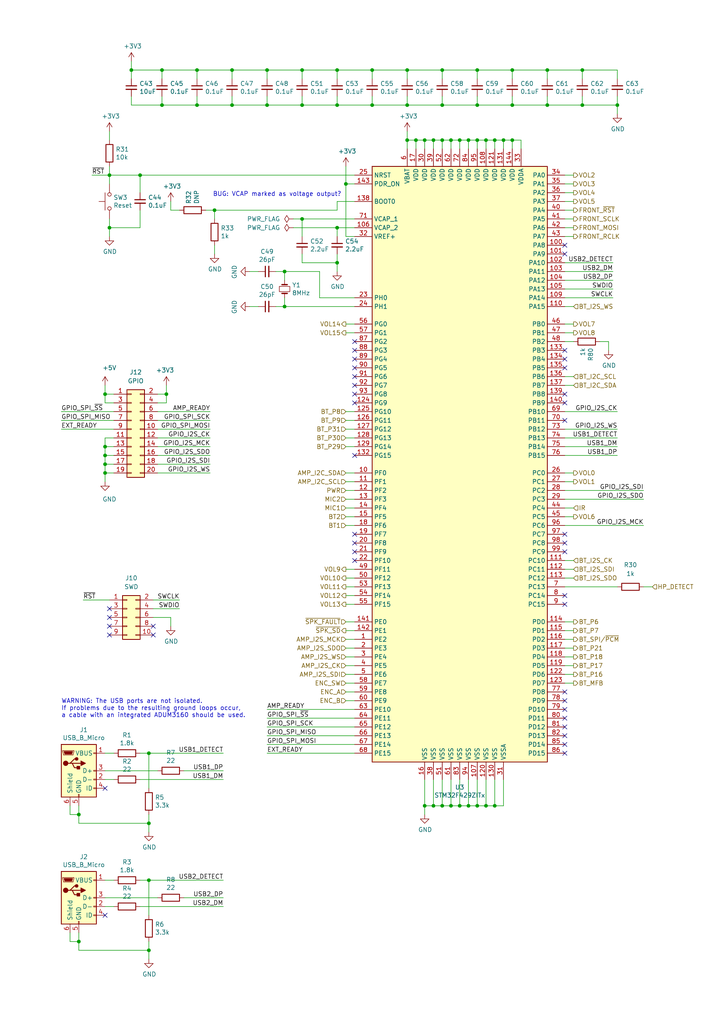
<source format=kicad_sch>
(kicad_sch (version 20210621) (generator eeschema)
  (paper "A4" portrait)
  (junction (at 22.86 236.22) (diameter 0.9144))
  (junction (at 22.86 273.05) (diameter 0.9144))
  (junction (at 30.48 114.3) (diameter 0.9144))
  (junction (at 30.48 129.54) (diameter 0.9144))
  (junction (at 30.48 132.08) (diameter 0.9144))
  (junction (at 30.48 134.62) (diameter 0.9144))
  (junction (at 30.48 137.16) (diameter 0.9144))
  (junction (at 31.75 50.8) (diameter 0.9144))
  (junction (at 31.75 66.04) (diameter 0.9144))
  (junction (at 38.1 20.32) (diameter 0.9144))
  (junction (at 40.64 50.8) (diameter 0.9144))
  (junction (at 43.18 218.44) (diameter 0.9144))
  (junction (at 43.18 238.76) (diameter 0.9144))
  (junction (at 43.18 255.27) (diameter 0.9144))
  (junction (at 43.18 275.59) (diameter 0.9144))
  (junction (at 46.99 20.32) (diameter 0.9144))
  (junction (at 46.99 30.48) (diameter 0.9144))
  (junction (at 48.26 114.3) (diameter 0.9144))
  (junction (at 57.15 20.32) (diameter 0.9144))
  (junction (at 57.15 30.48) (diameter 0.9144))
  (junction (at 62.23 60.96) (diameter 0.9144))
  (junction (at 67.31 20.32) (diameter 0.9144))
  (junction (at 67.31 30.48) (diameter 0.9144))
  (junction (at 77.47 20.32) (diameter 0.9144))
  (junction (at 77.47 30.48) (diameter 0.9144))
  (junction (at 82.55 78.74) (diameter 0.9144))
  (junction (at 82.55 88.9) (diameter 0.9144))
  (junction (at 87.63 20.32) (diameter 0.9144))
  (junction (at 87.63 30.48) (diameter 0.9144))
  (junction (at 87.63 63.5) (diameter 0.9144))
  (junction (at 97.79 20.32) (diameter 0.9144))
  (junction (at 97.79 30.48) (diameter 0.9144))
  (junction (at 97.79 66.04) (diameter 0.9144))
  (junction (at 97.79 76.2) (diameter 0.9144))
  (junction (at 100.33 53.34) (diameter 0.9144))
  (junction (at 107.95 20.32) (diameter 0.9144))
  (junction (at 107.95 30.48) (diameter 0.9144))
  (junction (at 118.11 20.32) (diameter 0.9144))
  (junction (at 118.11 30.48) (diameter 0.9144))
  (junction (at 118.11 40.64) (diameter 0.9144))
  (junction (at 120.65 40.64) (diameter 0.9144))
  (junction (at 123.19 40.64) (diameter 0.9144))
  (junction (at 123.19 233.68) (diameter 0.9144))
  (junction (at 125.73 40.64) (diameter 0.9144))
  (junction (at 125.73 233.68) (diameter 0.9144))
  (junction (at 128.27 20.32) (diameter 0.9144))
  (junction (at 128.27 30.48) (diameter 0.9144))
  (junction (at 128.27 40.64) (diameter 0.9144))
  (junction (at 128.27 233.68) (diameter 0.9144))
  (junction (at 130.81 40.64) (diameter 0.9144))
  (junction (at 130.81 233.68) (diameter 0.9144))
  (junction (at 133.35 40.64) (diameter 0.9144))
  (junction (at 133.35 233.68) (diameter 0.9144))
  (junction (at 135.89 40.64) (diameter 0.9144))
  (junction (at 135.89 233.68) (diameter 0.9144))
  (junction (at 138.43 20.32) (diameter 0.9144))
  (junction (at 138.43 30.48) (diameter 0.9144))
  (junction (at 138.43 40.64) (diameter 0.9144))
  (junction (at 138.43 233.68) (diameter 0.9144))
  (junction (at 140.97 40.64) (diameter 0.9144))
  (junction (at 140.97 233.68) (diameter 0.9144))
  (junction (at 143.51 40.64) (diameter 0.9144))
  (junction (at 143.51 233.68) (diameter 0.9144))
  (junction (at 146.05 40.64) (diameter 0.9144))
  (junction (at 148.59 20.32) (diameter 0.9144))
  (junction (at 148.59 30.48) (diameter 0.9144))
  (junction (at 148.59 40.64) (diameter 0.9144))
  (junction (at 158.75 20.32) (diameter 0.9144))
  (junction (at 158.75 30.48) (diameter 0.9144))
  (junction (at 168.91 20.32) (diameter 0.9144))
  (junction (at 168.91 30.48) (diameter 0.9144))
  (junction (at 179.07 30.48) (diameter 0.9144))
  (no_connect (at 30.48 228.6))
  (no_connect (at 30.48 265.43))
  (no_connect (at 31.75 176.53))
  (no_connect (at 31.75 179.07))
  (no_connect (at 31.75 181.61))
  (no_connect (at 31.75 184.15))
  (no_connect (at 44.45 181.61))
  (no_connect (at 44.45 184.15))
  (no_connect (at 102.87 99.06))
  (no_connect (at 102.87 101.6))
  (no_connect (at 102.87 104.14))
  (no_connect (at 102.87 106.68))
  (no_connect (at 102.87 109.22))
  (no_connect (at 102.87 111.76))
  (no_connect (at 102.87 114.3))
  (no_connect (at 102.87 116.84))
  (no_connect (at 102.87 132.08))
  (no_connect (at 102.87 154.94))
  (no_connect (at 102.87 157.48))
  (no_connect (at 102.87 160.02))
  (no_connect (at 102.87 162.56))
  (no_connect (at 163.83 71.12))
  (no_connect (at 163.83 73.66))
  (no_connect (at 163.83 101.6))
  (no_connect (at 163.83 104.14))
  (no_connect (at 163.83 106.68))
  (no_connect (at 163.83 114.3))
  (no_connect (at 163.83 116.84))
  (no_connect (at 163.83 121.92))
  (no_connect (at 163.83 154.94))
  (no_connect (at 163.83 157.48))
  (no_connect (at 163.83 160.02))
  (no_connect (at 163.83 172.72))
  (no_connect (at 163.83 175.26))
  (no_connect (at 163.83 200.66))
  (no_connect (at 163.83 203.2))
  (no_connect (at 163.83 205.74))
  (no_connect (at 163.83 208.28))
  (no_connect (at 163.83 210.82))
  (no_connect (at 163.83 213.36))
  (no_connect (at 163.83 215.9))
  (no_connect (at 163.83 218.44))
  (wire (pts (xy 17.78 124.46) (xy 33.02 124.46)))
  (wire (pts (xy 20.32 233.68) (xy 20.32 236.22)))
  (wire (pts (xy 20.32 270.51) (xy 20.32 273.05)))
  (wire (pts (xy 22.86 233.68) (xy 22.86 236.22)))
  (wire (pts (xy 22.86 236.22) (xy 20.32 236.22)))
  (wire (pts (xy 22.86 238.76) (xy 22.86 236.22)))
  (wire (pts (xy 22.86 238.76) (xy 43.18 238.76)))
  (wire (pts (xy 22.86 270.51) (xy 22.86 273.05)))
  (wire (pts (xy 22.86 273.05) (xy 20.32 273.05)))
  (wire (pts (xy 22.86 275.59) (xy 22.86 273.05)))
  (wire (pts (xy 22.86 275.59) (xy 43.18 275.59)))
  (wire (pts (xy 24.13 173.99) (xy 31.75 173.99)))
  (wire (pts (xy 26.67 50.8) (xy 31.75 50.8)))
  (wire (pts (xy 30.48 111.76) (xy 30.48 114.3)))
  (wire (pts (xy 30.48 114.3) (xy 33.02 114.3)))
  (wire (pts (xy 30.48 116.84) (xy 30.48 114.3)))
  (wire (pts (xy 30.48 127) (xy 33.02 127)))
  (wire (pts (xy 30.48 129.54) (xy 30.48 127)))
  (wire (pts (xy 30.48 129.54) (xy 33.02 129.54)))
  (wire (pts (xy 30.48 132.08) (xy 30.48 129.54)))
  (wire (pts (xy 30.48 132.08) (xy 33.02 132.08)))
  (wire (pts (xy 30.48 134.62) (xy 30.48 132.08)))
  (wire (pts (xy 30.48 134.62) (xy 33.02 134.62)))
  (wire (pts (xy 30.48 137.16) (xy 30.48 134.62)))
  (wire (pts (xy 30.48 137.16) (xy 33.02 137.16)))
  (wire (pts (xy 30.48 139.7) (xy 30.48 137.16)))
  (wire (pts (xy 30.48 226.06) (xy 33.02 226.06)))
  (wire (pts (xy 30.48 262.89) (xy 33.02 262.89)))
  (wire (pts (xy 31.75 38.1) (xy 31.75 40.64)))
  (wire (pts (xy 31.75 48.26) (xy 31.75 50.8)))
  (wire (pts (xy 31.75 50.8) (xy 31.75 53.34)))
  (wire (pts (xy 31.75 63.5) (xy 31.75 66.04)))
  (wire (pts (xy 31.75 66.04) (xy 40.64 66.04)))
  (wire (pts (xy 31.75 68.58) (xy 31.75 66.04)))
  (wire (pts (xy 33.02 116.84) (xy 30.48 116.84)))
  (wire (pts (xy 33.02 119.38) (xy 17.78 119.38)))
  (wire (pts (xy 33.02 121.92) (xy 17.78 121.92)))
  (wire (pts (xy 33.02 218.44) (xy 30.48 218.44)))
  (wire (pts (xy 33.02 255.27) (xy 30.48 255.27)))
  (wire (pts (xy 38.1 20.32) (xy 38.1 17.78)))
  (wire (pts (xy 38.1 20.32) (xy 38.1 22.86)))
  (wire (pts (xy 38.1 30.48) (xy 38.1 27.94)))
  (wire (pts (xy 40.64 50.8) (xy 31.75 50.8)))
  (wire (pts (xy 40.64 50.8) (xy 102.87 50.8)))
  (wire (pts (xy 40.64 55.88) (xy 40.64 50.8)))
  (wire (pts (xy 40.64 66.04) (xy 40.64 60.96)))
  (wire (pts (xy 40.64 226.06) (xy 64.77 226.06)))
  (wire (pts (xy 40.64 262.89) (xy 64.77 262.89)))
  (wire (pts (xy 43.18 218.44) (xy 40.64 218.44)))
  (wire (pts (xy 43.18 228.6) (xy 43.18 218.44)))
  (wire (pts (xy 43.18 236.22) (xy 43.18 238.76)))
  (wire (pts (xy 43.18 238.76) (xy 43.18 241.3)))
  (wire (pts (xy 43.18 255.27) (xy 40.64 255.27)))
  (wire (pts (xy 43.18 265.43) (xy 43.18 255.27)))
  (wire (pts (xy 43.18 273.05) (xy 43.18 275.59)))
  (wire (pts (xy 43.18 275.59) (xy 43.18 278.13)))
  (wire (pts (xy 44.45 173.99) (xy 52.07 173.99)))
  (wire (pts (xy 44.45 176.53) (xy 52.07 176.53)))
  (wire (pts (xy 45.72 116.84) (xy 48.26 116.84)))
  (wire (pts (xy 45.72 119.38) (xy 60.96 119.38)))
  (wire (pts (xy 45.72 121.92) (xy 60.96 121.92)))
  (wire (pts (xy 45.72 124.46) (xy 60.96 124.46)))
  (wire (pts (xy 45.72 127) (xy 60.96 127)))
  (wire (pts (xy 45.72 129.54) (xy 60.96 129.54)))
  (wire (pts (xy 45.72 132.08) (xy 60.96 132.08)))
  (wire (pts (xy 45.72 134.62) (xy 60.96 134.62)))
  (wire (pts (xy 45.72 137.16) (xy 60.96 137.16)))
  (wire (pts (xy 45.72 223.52) (xy 30.48 223.52)))
  (wire (pts (xy 45.72 260.35) (xy 30.48 260.35)))
  (wire (pts (xy 46.99 20.32) (xy 38.1 20.32)))
  (wire (pts (xy 46.99 20.32) (xy 46.99 22.86)))
  (wire (pts (xy 46.99 20.32) (xy 57.15 20.32)))
  (wire (pts (xy 46.99 30.48) (xy 38.1 30.48)))
  (wire (pts (xy 46.99 30.48) (xy 46.99 27.94)))
  (wire (pts (xy 48.26 111.76) (xy 48.26 114.3)))
  (wire (pts (xy 48.26 114.3) (xy 45.72 114.3)))
  (wire (pts (xy 48.26 114.3) (xy 48.26 116.84)))
  (wire (pts (xy 49.53 60.96) (xy 49.53 58.42)))
  (wire (pts (xy 49.53 179.07) (xy 44.45 179.07)))
  (wire (pts (xy 49.53 181.61) (xy 49.53 179.07)))
  (wire (pts (xy 52.07 60.96) (xy 49.53 60.96)))
  (wire (pts (xy 53.34 223.52) (xy 64.77 223.52)))
  (wire (pts (xy 53.34 260.35) (xy 64.77 260.35)))
  (wire (pts (xy 57.15 20.32) (xy 57.15 22.86)))
  (wire (pts (xy 57.15 20.32) (xy 67.31 20.32)))
  (wire (pts (xy 57.15 27.94) (xy 57.15 30.48)))
  (wire (pts (xy 57.15 30.48) (xy 46.99 30.48)))
  (wire (pts (xy 62.23 60.96) (xy 59.69 60.96)))
  (wire (pts (xy 62.23 60.96) (xy 62.23 63.5)))
  (wire (pts (xy 62.23 71.12) (xy 62.23 73.66)))
  (wire (pts (xy 64.77 218.44) (xy 43.18 218.44)))
  (wire (pts (xy 64.77 255.27) (xy 43.18 255.27)))
  (wire (pts (xy 67.31 20.32) (xy 67.31 22.86)))
  (wire (pts (xy 67.31 20.32) (xy 77.47 20.32)))
  (wire (pts (xy 67.31 27.94) (xy 67.31 30.48)))
  (wire (pts (xy 67.31 30.48) (xy 57.15 30.48)))
  (wire (pts (xy 72.39 78.74) (xy 74.93 78.74)))
  (wire (pts (xy 72.39 88.9) (xy 74.93 88.9)))
  (wire (pts (xy 77.47 20.32) (xy 77.47 22.86)))
  (wire (pts (xy 77.47 20.32) (xy 87.63 20.32)))
  (wire (pts (xy 77.47 27.94) (xy 77.47 30.48)))
  (wire (pts (xy 77.47 30.48) (xy 67.31 30.48)))
  (wire (pts (xy 77.47 218.44) (xy 102.87 218.44)))
  (wire (pts (xy 80.01 78.74) (xy 82.55 78.74)))
  (wire (pts (xy 80.01 88.9) (xy 82.55 88.9)))
  (wire (pts (xy 82.55 78.74) (xy 82.55 81.28)))
  (wire (pts (xy 82.55 86.36) (xy 82.55 88.9)))
  (wire (pts (xy 82.55 88.9) (xy 102.87 88.9)))
  (wire (pts (xy 85.09 63.5) (xy 87.63 63.5)))
  (wire (pts (xy 85.09 66.04) (xy 97.79 66.04)))
  (wire (pts (xy 87.63 20.32) (xy 87.63 22.86)))
  (wire (pts (xy 87.63 20.32) (xy 97.79 20.32)))
  (wire (pts (xy 87.63 27.94) (xy 87.63 30.48)))
  (wire (pts (xy 87.63 30.48) (xy 77.47 30.48)))
  (wire (pts (xy 87.63 63.5) (xy 87.63 68.58)))
  (wire (pts (xy 87.63 76.2) (xy 87.63 73.66)))
  (wire (pts (xy 92.71 78.74) (xy 82.55 78.74)))
  (wire (pts (xy 92.71 86.36) (xy 92.71 78.74)))
  (wire (pts (xy 97.79 20.32) (xy 97.79 22.86)))
  (wire (pts (xy 97.79 20.32) (xy 107.95 20.32)))
  (wire (pts (xy 97.79 27.94) (xy 97.79 30.48)))
  (wire (pts (xy 97.79 30.48) (xy 87.63 30.48)))
  (wire (pts (xy 97.79 58.42) (xy 97.79 60.96)))
  (wire (pts (xy 97.79 60.96) (xy 62.23 60.96)))
  (wire (pts (xy 97.79 66.04) (xy 97.79 68.58)))
  (wire (pts (xy 97.79 73.66) (xy 97.79 76.2)))
  (wire (pts (xy 97.79 76.2) (xy 87.63 76.2)))
  (wire (pts (xy 97.79 76.2) (xy 97.79 78.74)))
  (wire (pts (xy 100.33 48.26) (xy 100.33 53.34)))
  (wire (pts (xy 100.33 53.34) (xy 100.33 68.58)))
  (wire (pts (xy 100.33 53.34) (xy 102.87 53.34)))
  (wire (pts (xy 100.33 68.58) (xy 102.87 68.58)))
  (wire (pts (xy 100.33 93.98) (xy 102.87 93.98)))
  (wire (pts (xy 100.33 96.52) (xy 102.87 96.52)))
  (wire (pts (xy 100.33 119.38) (xy 102.87 119.38)))
  (wire (pts (xy 100.33 121.92) (xy 102.87 121.92)))
  (wire (pts (xy 100.33 139.7) (xy 102.87 139.7)))
  (wire (pts (xy 100.33 165.1) (xy 102.87 165.1)))
  (wire (pts (xy 100.33 167.64) (xy 102.87 167.64)))
  (wire (pts (xy 100.33 170.18) (xy 102.87 170.18)))
  (wire (pts (xy 100.33 172.72) (xy 102.87 172.72)))
  (wire (pts (xy 100.33 175.26) (xy 102.87 175.26)))
  (wire (pts (xy 100.33 180.34) (xy 102.87 180.34)))
  (wire (pts (xy 100.33 182.88) (xy 102.87 182.88)))
  (wire (pts (xy 100.33 185.42) (xy 102.87 185.42)))
  (wire (pts (xy 100.33 190.5) (xy 102.87 190.5)))
  (wire (pts (xy 100.33 195.58) (xy 102.87 195.58)))
  (wire (pts (xy 102.87 58.42) (xy 97.79 58.42)))
  (wire (pts (xy 102.87 63.5) (xy 87.63 63.5)))
  (wire (pts (xy 102.87 66.04) (xy 97.79 66.04)))
  (wire (pts (xy 102.87 86.36) (xy 92.71 86.36)))
  (wire (pts (xy 102.87 124.46) (xy 100.33 124.46)))
  (wire (pts (xy 102.87 127) (xy 100.33 127)))
  (wire (pts (xy 102.87 129.54) (xy 100.33 129.54)))
  (wire (pts (xy 102.87 137.16) (xy 100.33 137.16)))
  (wire (pts (xy 102.87 142.24) (xy 100.33 142.24)))
  (wire (pts (xy 102.87 144.78) (xy 100.33 144.78)))
  (wire (pts (xy 102.87 147.32) (xy 100.33 147.32)))
  (wire (pts (xy 102.87 149.86) (xy 100.33 149.86)))
  (wire (pts (xy 102.87 152.4) (xy 100.33 152.4)))
  (wire (pts (xy 102.87 187.96) (xy 100.33 187.96)))
  (wire (pts (xy 102.87 193.04) (xy 100.33 193.04)))
  (wire (pts (xy 102.87 198.12) (xy 100.33 198.12)))
  (wire (pts (xy 102.87 200.66) (xy 100.33 200.66)))
  (wire (pts (xy 102.87 203.2) (xy 100.33 203.2)))
  (wire (pts (xy 102.87 205.74) (xy 77.47 205.74)))
  (wire (pts (xy 102.87 208.28) (xy 77.47 208.28)))
  (wire (pts (xy 102.87 210.82) (xy 77.47 210.82)))
  (wire (pts (xy 102.87 213.36) (xy 77.47 213.36)))
  (wire (pts (xy 102.87 215.9) (xy 77.47 215.9)))
  (wire (pts (xy 107.95 20.32) (xy 107.95 22.86)))
  (wire (pts (xy 107.95 20.32) (xy 118.11 20.32)))
  (wire (pts (xy 107.95 27.94) (xy 107.95 30.48)))
  (wire (pts (xy 107.95 30.48) (xy 97.79 30.48)))
  (wire (pts (xy 118.11 20.32) (xy 118.11 22.86)))
  (wire (pts (xy 118.11 20.32) (xy 128.27 20.32)))
  (wire (pts (xy 118.11 27.94) (xy 118.11 30.48)))
  (wire (pts (xy 118.11 30.48) (xy 107.95 30.48)))
  (wire (pts (xy 118.11 38.1) (xy 118.11 40.64)))
  (wire (pts (xy 118.11 40.64) (xy 118.11 43.18)))
  (wire (pts (xy 120.65 40.64) (xy 118.11 40.64)))
  (wire (pts (xy 120.65 43.18) (xy 120.65 40.64)))
  (wire (pts (xy 123.19 40.64) (xy 120.65 40.64)))
  (wire (pts (xy 123.19 43.18) (xy 123.19 40.64)))
  (wire (pts (xy 123.19 226.06) (xy 123.19 233.68)))
  (wire (pts (xy 123.19 233.68) (xy 123.19 236.22)))
  (wire (pts (xy 123.19 233.68) (xy 125.73 233.68)))
  (wire (pts (xy 125.73 40.64) (xy 123.19 40.64)))
  (wire (pts (xy 125.73 43.18) (xy 125.73 40.64)))
  (wire (pts (xy 125.73 226.06) (xy 125.73 233.68)))
  (wire (pts (xy 125.73 233.68) (xy 128.27 233.68)))
  (wire (pts (xy 128.27 20.32) (xy 128.27 22.86)))
  (wire (pts (xy 128.27 20.32) (xy 138.43 20.32)))
  (wire (pts (xy 128.27 27.94) (xy 128.27 30.48)))
  (wire (pts (xy 128.27 30.48) (xy 118.11 30.48)))
  (wire (pts (xy 128.27 40.64) (xy 125.73 40.64)))
  (wire (pts (xy 128.27 43.18) (xy 128.27 40.64)))
  (wire (pts (xy 128.27 226.06) (xy 128.27 233.68)))
  (wire (pts (xy 128.27 233.68) (xy 130.81 233.68)))
  (wire (pts (xy 130.81 40.64) (xy 128.27 40.64)))
  (wire (pts (xy 130.81 43.18) (xy 130.81 40.64)))
  (wire (pts (xy 130.81 226.06) (xy 130.81 233.68)))
  (wire (pts (xy 130.81 233.68) (xy 133.35 233.68)))
  (wire (pts (xy 133.35 40.64) (xy 130.81 40.64)))
  (wire (pts (xy 133.35 43.18) (xy 133.35 40.64)))
  (wire (pts (xy 133.35 226.06) (xy 133.35 233.68)))
  (wire (pts (xy 133.35 233.68) (xy 135.89 233.68)))
  (wire (pts (xy 135.89 40.64) (xy 133.35 40.64)))
  (wire (pts (xy 135.89 43.18) (xy 135.89 40.64)))
  (wire (pts (xy 135.89 226.06) (xy 135.89 233.68)))
  (wire (pts (xy 135.89 233.68) (xy 138.43 233.68)))
  (wire (pts (xy 138.43 20.32) (xy 138.43 22.86)))
  (wire (pts (xy 138.43 20.32) (xy 148.59 20.32)))
  (wire (pts (xy 138.43 27.94) (xy 138.43 30.48)))
  (wire (pts (xy 138.43 30.48) (xy 128.27 30.48)))
  (wire (pts (xy 138.43 40.64) (xy 135.89 40.64)))
  (wire (pts (xy 138.43 43.18) (xy 138.43 40.64)))
  (wire (pts (xy 138.43 226.06) (xy 138.43 233.68)))
  (wire (pts (xy 138.43 233.68) (xy 140.97 233.68)))
  (wire (pts (xy 140.97 40.64) (xy 138.43 40.64)))
  (wire (pts (xy 140.97 43.18) (xy 140.97 40.64)))
  (wire (pts (xy 140.97 233.68) (xy 140.97 226.06)))
  (wire (pts (xy 140.97 233.68) (xy 143.51 233.68)))
  (wire (pts (xy 143.51 40.64) (xy 140.97 40.64)))
  (wire (pts (xy 143.51 43.18) (xy 143.51 40.64)))
  (wire (pts (xy 143.51 226.06) (xy 143.51 233.68)))
  (wire (pts (xy 143.51 233.68) (xy 146.05 233.68)))
  (wire (pts (xy 146.05 40.64) (xy 143.51 40.64)))
  (wire (pts (xy 146.05 43.18) (xy 146.05 40.64)))
  (wire (pts (xy 146.05 233.68) (xy 146.05 226.06)))
  (wire (pts (xy 148.59 20.32) (xy 148.59 22.86)))
  (wire (pts (xy 148.59 20.32) (xy 158.75 20.32)))
  (wire (pts (xy 148.59 27.94) (xy 148.59 30.48)))
  (wire (pts (xy 148.59 30.48) (xy 138.43 30.48)))
  (wire (pts (xy 148.59 40.64) (xy 146.05 40.64)))
  (wire (pts (xy 148.59 43.18) (xy 148.59 40.64)))
  (wire (pts (xy 151.13 40.64) (xy 148.59 40.64)))
  (wire (pts (xy 151.13 43.18) (xy 151.13 40.64)))
  (wire (pts (xy 158.75 20.32) (xy 158.75 22.86)))
  (wire (pts (xy 158.75 20.32) (xy 168.91 20.32)))
  (wire (pts (xy 158.75 27.94) (xy 158.75 30.48)))
  (wire (pts (xy 158.75 30.48) (xy 148.59 30.48)))
  (wire (pts (xy 163.83 58.42) (xy 166.37 58.42)))
  (wire (pts (xy 163.83 83.82) (xy 177.8 83.82)))
  (wire (pts (xy 163.83 86.36) (xy 177.8 86.36)))
  (wire (pts (xy 163.83 93.98) (xy 166.37 93.98)))
  (wire (pts (xy 163.83 99.06) (xy 166.37 99.06)))
  (wire (pts (xy 163.83 111.76) (xy 166.37 111.76)))
  (wire (pts (xy 163.83 119.38) (xy 179.07 119.38)))
  (wire (pts (xy 163.83 124.46) (xy 179.07 124.46)))
  (wire (pts (xy 163.83 142.24) (xy 186.69 142.24)))
  (wire (pts (xy 163.83 144.78) (xy 186.69 144.78)))
  (wire (pts (xy 163.83 149.86) (xy 166.37 149.86)))
  (wire (pts (xy 163.83 152.4) (xy 186.69 152.4)))
  (wire (pts (xy 163.83 165.1) (xy 166.37 165.1)))
  (wire (pts (xy 163.83 187.96) (xy 166.37 187.96)))
  (wire (pts (xy 163.83 190.5) (xy 166.37 190.5)))
  (wire (pts (xy 163.83 193.04) (xy 166.37 193.04)))
  (wire (pts (xy 163.83 195.58) (xy 166.37 195.58)))
  (wire (pts (xy 163.83 198.12) (xy 166.37 198.12)))
  (wire (pts (xy 166.37 50.8) (xy 163.83 50.8)))
  (wire (pts (xy 166.37 53.34) (xy 163.83 53.34)))
  (wire (pts (xy 166.37 55.88) (xy 163.83 55.88)))
  (wire (pts (xy 166.37 60.96) (xy 163.83 60.96)))
  (wire (pts (xy 166.37 63.5) (xy 163.83 63.5)))
  (wire (pts (xy 166.37 66.04) (xy 163.83 66.04)))
  (wire (pts (xy 166.37 68.58) (xy 163.83 68.58)))
  (wire (pts (xy 166.37 88.9) (xy 163.83 88.9)))
  (wire (pts (xy 166.37 96.52) (xy 163.83 96.52)))
  (wire (pts (xy 166.37 109.22) (xy 163.83 109.22)))
  (wire (pts (xy 166.37 137.16) (xy 163.83 137.16)))
  (wire (pts (xy 166.37 139.7) (xy 163.83 139.7)))
  (wire (pts (xy 166.37 147.32) (xy 163.83 147.32)))
  (wire (pts (xy 166.37 162.56) (xy 163.83 162.56)))
  (wire (pts (xy 166.37 167.64) (xy 163.83 167.64)))
  (wire (pts (xy 166.37 180.34) (xy 163.83 180.34)))
  (wire (pts (xy 166.37 182.88) (xy 163.83 182.88)))
  (wire (pts (xy 166.37 185.42) (xy 163.83 185.42)))
  (wire (pts (xy 168.91 20.32) (xy 168.91 22.86)))
  (wire (pts (xy 168.91 20.32) (xy 179.07 20.32)))
  (wire (pts (xy 168.91 27.94) (xy 168.91 30.48)))
  (wire (pts (xy 168.91 30.48) (xy 158.75 30.48)))
  (wire (pts (xy 176.53 99.06) (xy 173.99 99.06)))
  (wire (pts (xy 176.53 101.6) (xy 176.53 99.06)))
  (wire (pts (xy 177.8 76.2) (xy 163.83 76.2)))
  (wire (pts (xy 177.8 78.74) (xy 163.83 78.74)))
  (wire (pts (xy 177.8 81.28) (xy 163.83 81.28)))
  (wire (pts (xy 179.07 20.32) (xy 179.07 22.86)))
  (wire (pts (xy 179.07 27.94) (xy 179.07 30.48)))
  (wire (pts (xy 179.07 30.48) (xy 168.91 30.48)))
  (wire (pts (xy 179.07 30.48) (xy 179.07 33.02)))
  (wire (pts (xy 179.07 127) (xy 163.83 127)))
  (wire (pts (xy 179.07 129.54) (xy 163.83 129.54)))
  (wire (pts (xy 179.07 132.08) (xy 163.83 132.08)))
  (wire (pts (xy 179.07 170.18) (xy 163.83 170.18)))
  (wire (pts (xy 189.23 170.18) (xy 186.69 170.18)))
  (text "WARNING: The USB ports are not isolated.\nIf problems due to the resulting ground loops occur,\na cable with an integrated ADUM3160 should be used." (at 17.78 208.28 0) (effects (font (size 1.27 1.27)) (justify left bottom)))
  (text "BUG: VCAP marked as voltage output?" (at 99.06 57.15 180) (effects (font (size 1.27 1.27)) (justify right bottom)))
  (label "GPIO_SPI_~{SS}" (at 17.78 119.38 0))
  (label "GPIO_SPI_MISO" (at 17.78 121.92 0))
  (label "EXT_READY" (at 17.78 124.46 0))
  (label "~{RST}" (at 24.13 173.99 0))
  (label "~{RST}" (at 26.67 50.8 0))
  (label "SWCLK" (at 52.07 173.99 180))
  (label "SWDIO" (at 52.07 176.53 180))
  (label "AMP_READY" (at 60.96 119.38 180))
  (label "GPIO_SPI_SCK" (at 60.96 121.92 180))
  (label "GPIO_SPI_MOSI" (at 60.96 124.46 180))
  (label "GPIO_I2S_CK" (at 60.96 127 180))
  (label "GPIO_I2S_MCK" (at 60.96 129.54 180))
  (label "GPIO_I2S_SDO" (at 60.96 132.08 180))
  (label "GPIO_I2S_SDI" (at 60.96 134.62 180))
  (label "GPIO_I2S_WS" (at 60.96 137.16 180))
  (label "USB1_DETECT" (at 64.77 218.44 180))
  (label "USB1_DP" (at 64.77 223.52 180))
  (label "USB1_DM" (at 64.77 226.06 180))
  (label "USB2_DETECT" (at 64.77 255.27 180))
  (label "USB2_DP" (at 64.77 260.35 180))
  (label "USB2_DM" (at 64.77 262.89 180))
  (label "AMP_READY" (at 77.47 205.74 0))
  (label "GPIO_SPI_~{SS}" (at 77.47 208.28 0))
  (label "GPIO_SPI_SCK" (at 77.47 210.82 0))
  (label "GPIO_SPI_MISO" (at 77.47 213.36 0))
  (label "GPIO_SPI_MOSI" (at 77.47 215.9 0))
  (label "EXT_READY" (at 77.47 218.44 0))
  (label "USB2_DETECT" (at 177.8 76.2 180))
  (label "USB2_DM" (at 177.8 78.74 180))
  (label "USB2_DP" (at 177.8 81.28 180))
  (label "SWDIO" (at 177.8 83.82 180))
  (label "SWCLK" (at 177.8 86.36 180))
  (label "GPIO_I2S_CK" (at 179.07 119.38 180))
  (label "GPIO_I2S_WS" (at 179.07 124.46 180))
  (label "USB1_DETECT" (at 179.07 127 180))
  (label "USB1_DM" (at 179.07 129.54 180))
  (label "USB1_DP" (at 179.07 132.08 180))
  (label "GPIO_I2S_SDI" (at 186.69 142.24 180))
  (label "GPIO_I2S_SDO" (at 186.69 144.78 180))
  (label "GPIO_I2S_MCK" (at 186.69 152.4 180))
  (hierarchical_label "VOL14" (shape output) (at 100.33 93.98 180))
  (hierarchical_label "VOL15" (shape output) (at 100.33 96.52 180))
  (hierarchical_label "BT_P8" (shape input) (at 100.33 119.38 180))
  (hierarchical_label "BT_P9" (shape input) (at 100.33 121.92 180))
  (hierarchical_label "BT_P31" (shape input) (at 100.33 124.46 180))
  (hierarchical_label "BT_P30" (shape input) (at 100.33 127 180))
  (hierarchical_label "BT_P29" (shape input) (at 100.33 129.54 180))
  (hierarchical_label "AMP_I2C_SDA" (shape input) (at 100.33 137.16 180))
  (hierarchical_label "AMP_I2C_SCL" (shape input) (at 100.33 139.7 180))
  (hierarchical_label "PWR" (shape input) (at 100.33 142.24 180))
  (hierarchical_label "MIC2" (shape input) (at 100.33 144.78 180))
  (hierarchical_label "MIC1" (shape input) (at 100.33 147.32 180))
  (hierarchical_label "BT2" (shape input) (at 100.33 149.86 180))
  (hierarchical_label "BT1" (shape input) (at 100.33 152.4 180))
  (hierarchical_label "VOL9" (shape output) (at 100.33 165.1 180))
  (hierarchical_label "VOL10" (shape output) (at 100.33 167.64 180))
  (hierarchical_label "VOL11" (shape output) (at 100.33 170.18 180))
  (hierarchical_label "VOL12" (shape output) (at 100.33 172.72 180))
  (hierarchical_label "VOL13" (shape output) (at 100.33 175.26 180))
  (hierarchical_label "~{SPK_FAULT}" (shape input) (at 100.33 180.34 180))
  (hierarchical_label "~{SPK_SD}" (shape output) (at 100.33 182.88 180))
  (hierarchical_label "AMP_I2S_MCK" (shape input) (at 100.33 185.42 180))
  (hierarchical_label "AMP_I2S_SDO" (shape input) (at 100.33 187.96 180))
  (hierarchical_label "AMP_I2S_WS" (shape input) (at 100.33 190.5 180))
  (hierarchical_label "AMP_I2S_CK" (shape input) (at 100.33 193.04 180))
  (hierarchical_label "AMP_I2S_SDI" (shape input) (at 100.33 195.58 180))
  (hierarchical_label "ENC_SW" (shape input) (at 100.33 198.12 180))
  (hierarchical_label "ENC_A" (shape input) (at 100.33 200.66 180))
  (hierarchical_label "ENC_B" (shape input) (at 100.33 203.2 180))
  (hierarchical_label "VOL2" (shape output) (at 166.37 50.8 0))
  (hierarchical_label "VOL3" (shape output) (at 166.37 53.34 0))
  (hierarchical_label "VOL4" (shape output) (at 166.37 55.88 0))
  (hierarchical_label "VOL5" (shape output) (at 166.37 58.42 0))
  (hierarchical_label "FRONT_~{RST}" (shape output) (at 166.37 60.96 0))
  (hierarchical_label "FRONT_SCLK" (shape output) (at 166.37 63.5 0))
  (hierarchical_label "FRONT_MOSI" (shape output) (at 166.37 66.04 0))
  (hierarchical_label "FRONT_RCLK" (shape output) (at 166.37 68.58 0))
  (hierarchical_label "BT_I2S_WS" (shape input) (at 166.37 88.9 0))
  (hierarchical_label "VOL7" (shape output) (at 166.37 93.98 0))
  (hierarchical_label "VOL8" (shape output) (at 166.37 96.52 0))
  (hierarchical_label "BT_I2C_SCL" (shape input) (at 166.37 109.22 0))
  (hierarchical_label "BT_I2C_SDA" (shape input) (at 166.37 111.76 0))
  (hierarchical_label "VOL0" (shape output) (at 166.37 137.16 0))
  (hierarchical_label "VOL1" (shape output) (at 166.37 139.7 0))
  (hierarchical_label "IR" (shape input) (at 166.37 147.32 0))
  (hierarchical_label "VOL6" (shape output) (at 166.37 149.86 0))
  (hierarchical_label "BT_I2S_CK" (shape input) (at 166.37 162.56 0))
  (hierarchical_label "BT_I2S_SDI" (shape input) (at 166.37 165.1 0))
  (hierarchical_label "BT_I2S_SDO" (shape input) (at 166.37 167.64 0))
  (hierarchical_label "BT_P6" (shape output) (at 166.37 180.34 0))
  (hierarchical_label "BT_P7" (shape output) (at 166.37 182.88 0))
  (hierarchical_label "BT_SPI{slash}~{PCM}" (shape output) (at 166.37 185.42 0))
  (hierarchical_label "BT_P21" (shape output) (at 166.37 187.96 0))
  (hierarchical_label "BT_P18" (shape output) (at 166.37 190.5 0))
  (hierarchical_label "BT_P17" (shape output) (at 166.37 193.04 0))
  (hierarchical_label "BT_P16" (shape output) (at 166.37 195.58 0))
  (hierarchical_label "BT_MFB" (shape output) (at 166.37 198.12 0))
  (hierarchical_label "HP_DETECT" (shape input) (at 189.23 170.18 0))
  (symbol (lib_id "power:+5V") (at 30.48 111.76 0) (unit 1)
    (property "Reference" "#PWR0231" (effects hide))
    (property "Value" "+5V" (at 31.75 106.68 0))
  )
  (symbol (lib_id "power:+3.3V") (at 31.75 38.1 0) (unit 1)
    (property "Reference" "#PWR0170" (effects hide))
    (property "Value" "+3.3V" (at 32.131 33.7058 0))
  )
  (symbol (lib_id "power:+3.3V") (at 38.1 17.78 0) (unit 1)
    (property "Reference" "#PWR0169" (effects hide))
    (property "Value" "+3.3V" (at 38.481 13.3858 0))
  )
  (symbol (lib_id "power:+3.3V") (at 48.26 111.76 0) (mirror y) (unit 1)
    (property "Reference" "#PWR0232" (effects hide))
    (property "Value" "+3.3V" (at 47.879 107.3658 0))
  )
  (symbol (lib_id "power:+3.3V") (at 49.53 58.42 0) (unit 1)
    (property "Reference" "#PWR0171" (effects hide))
    (property "Value" "+3.3V" (at 49.911 54.0258 0))
  )
  (symbol (lib_id "power:+3.3V") (at 100.33 48.26 0) (unit 1)
    (property "Reference" "#PWR0166" (effects hide))
    (property "Value" "+3.3V" (at 100.711 43.8658 0))
  )
  (symbol (lib_id "power:+3.3V") (at 118.11 38.1 0) (unit 1)
    (property "Reference" "#PWR0102" (effects hide))
    (property "Value" "+3.3V" (at 118.491 33.7058 0))
  )
  (symbol (lib_id "power:PWR_FLAG") (at 85.09 63.5 90) (unit 1)
    (property "Reference" "#FLG0102" (effects hide))
    (property "Value" "PWR_FLAG" (at 81.28 63.5 90) (effects (justify left)))
  )
  (symbol (lib_id "power:PWR_FLAG") (at 85.09 66.04 90) (unit 1)
    (property "Reference" "#FLG0105" (effects hide))
    (property "Value" "PWR_FLAG" (at 81.28 66.04 90) (effects (justify left)))
  )
  (symbol (lib_id "power:GND") (at 30.48 139.7 0) (unit 1)
    (property "Reference" "#PWR0230" (effects hide))
    (property "Value" "GND" (at 31.75 144.78 0))
  )
  (symbol (lib_id "power:GND") (at 31.75 68.58 0) (unit 1)
    (property "Reference" "#PWR0172" (effects hide))
    (property "Value" "GND" (at 31.877 72.9742 0))
  )
  (symbol (lib_id "power:GND") (at 43.18 241.3 0) (unit 1)
    (property "Reference" "#PWR0104" (effects hide))
    (property "Value" "GND" (at 43.307 245.6942 0))
  )
  (symbol (lib_id "power:GND") (at 43.18 278.13 0) (unit 1)
    (property "Reference" "#PWR0106" (effects hide))
    (property "Value" "GND" (at 43.307 282.5242 0))
  )
  (symbol (lib_id "power:GND") (at 49.53 181.61 0) (unit 1)
    (property "Reference" "#PWR0173" (effects hide))
    (property "Value" "GND" (at 49.657 186.0042 0))
  )
  (symbol (lib_id "power:GND") (at 62.23 73.66 0) (unit 1)
    (property "Reference" "#PWR0167" (effects hide))
    (property "Value" "GND" (at 62.357 78.0542 0))
  )
  (symbol (lib_id "power:GND") (at 72.39 78.74 270) (unit 1)
    (property "Reference" "#PWR0164" (effects hide))
    (property "Value" "GND" (at 67.9958 78.867 0))
  )
  (symbol (lib_id "power:GND") (at 72.39 88.9 270) (unit 1)
    (property "Reference" "#PWR0165" (effects hide))
    (property "Value" "GND" (at 67.9958 89.027 0))
  )
  (symbol (lib_id "power:GND") (at 97.79 78.74 0) (unit 1)
    (property "Reference" "#PWR0163" (effects hide))
    (property "Value" "GND" (at 97.917 83.1342 0))
  )
  (symbol (lib_id "power:GND") (at 123.19 236.22 0) (unit 1)
    (property "Reference" "#PWR0101" (effects hide))
    (property "Value" "GND" (at 123.317 240.6142 0))
  )
  (symbol (lib_id "power:GND") (at 176.53 101.6 0) (unit 1)
    (property "Reference" "#PWR0233" (effects hide))
    (property "Value" "GND" (at 176.657 105.9942 0))
  )
  (symbol (lib_id "power:GND") (at 179.07 33.02 0) (unit 1)
    (property "Reference" "#PWR0168" (effects hide))
    (property "Value" "GND" (at 179.197 37.4142 0))
  )
  (symbol (lib_id "Device:Crystal_Small") (at 82.55 83.82 90) (unit 1)
    (property "Reference" "Y1" (at 84.7091 82.6706 90) (effects (justify right)))
    (property "Value" "8MHz" (at 84.709 84.969 90) (effects (justify right)))
    (property "Footprint" "Crystal:Crystal_SMD_HC49-SD" (effects hide))
    (property "Mouser" "774-ATS080BSM-1" (effects hide))
    (property "Part Name" "CTS ATS080BSM-1" (effects hide))
  )
  (symbol (lib_id "Device:R") (at 31.75 44.45 0) (unit 1)
    (property "Reference" "R31" (at 33.5281 43.3006 0) (effects (justify left)))
    (property "Value" "10k" (at 33.528 45.599 0) (effects (justify left)))
    (property "Footprint" "Resistor_SMD:R_0603_1608Metric" (effects hide))
    (property "Mouser" "652-CR0603FX-1002ELF" (effects hide))
    (property "Part Name" "Bourns CR0603-FX-1002ELF" (effects hide))
  )
  (symbol (lib_id "Device:R") (at 36.83 218.44 270) (unit 1)
    (property "Reference" "R1" (at 36.83 213.1822 90))
    (property "Value" "1.8k" (at 36.83 215.4936 90))
    (property "Footprint" "Resistor_SMD:R_0603_1608Metric" (effects hide))
  )
  (symbol (lib_id "Device:R") (at 36.83 226.06 270) (unit 1)
    (property "Reference" "R2" (at 36.83 220.8022 90))
    (property "Value" "22" (at 36.83 223.1136 90))
    (property "Footprint" "Resistor_SMD:R_0603_1608Metric" (effects hide))
  )
  (symbol (lib_id "Device:R") (at 36.83 255.27 270) (unit 1)
    (property "Reference" "R3" (at 36.83 250.0122 90))
    (property "Value" "1.8k" (at 36.83 252.3236 90))
    (property "Footprint" "Resistor_SMD:R_0603_1608Metric" (effects hide))
  )
  (symbol (lib_id "Device:R") (at 36.83 262.89 270) (unit 1)
    (property "Reference" "R4" (at 36.83 257.6322 90))
    (property "Value" "22" (at 36.83 259.9436 90))
    (property "Footprint" "Resistor_SMD:R_0603_1608Metric" (effects hide))
  )
  (symbol (lib_id "Device:R") (at 43.18 232.41 0) (unit 1)
    (property "Reference" "R5" (at 44.958 231.2416 0) (effects (justify left)))
    (property "Value" "3.3k" (at 44.958 233.553 0) (effects (justify left)))
    (property "Footprint" "Resistor_SMD:R_0603_1608Metric" (effects hide))
  )
  (symbol (lib_id "Device:R") (at 43.18 269.24 0) (unit 1)
    (property "Reference" "R6" (at 44.958 268.0716 0) (effects (justify left)))
    (property "Value" "3.3k" (at 44.958 270.383 0) (effects (justify left)))
    (property "Footprint" "Resistor_SMD:R_0603_1608Metric" (effects hide))
  )
  (symbol (lib_id "Device:R") (at 49.53 223.52 270) (unit 1)
    (property "Reference" "R7" (at 49.53 218.2622 90))
    (property "Value" "22" (at 49.53 220.5736 90))
    (property "Footprint" "Resistor_SMD:R_0603_1608Metric" (effects hide))
  )
  (symbol (lib_id "Device:R") (at 49.53 260.35 270) (unit 1)
    (property "Reference" "R8" (at 49.53 255.0922 90))
    (property "Value" "22" (at 49.53 257.4036 90))
    (property "Footprint" "Resistor_SMD:R_0603_1608Metric" (effects hide))
  )
  (symbol (lib_id "Device:R") (at 55.88 60.96 90) (unit 1)
    (property "Reference" "R32" (at 54.7306 59.1819 0) (effects (justify left)))
    (property "Value" "DNP" (at 57.029 59.182 0) (effects (justify left)))
    (property "Footprint" "Resistor_SMD:R_0603_1608Metric" (effects hide))
  )
  (symbol (lib_id "Device:R") (at 62.23 67.31 0) (unit 1)
    (property "Reference" "R33" (at 64.0081 66.1606 0) (effects (justify left)))
    (property "Value" "1k" (at 64.008 68.459 0) (effects (justify left)))
    (property "Footprint" "Resistor_SMD:R_0603_1608Metric" (effects hide))
    (property "Mouser" "652-CR0603FX-1001ELF" (effects hide))
    (property "Part Name" "Bourns CR0603-FX-1001ELF" (effects hide))
  )
  (symbol (lib_id "Device:R") (at 170.18 99.06 270) (unit 1)
    (property "Reference" "R80" (at 171.3294 100.8381 0) (effects (justify left)))
    (property "Value" "1k" (at 169.031 100.838 0) (effects (justify left)))
    (property "Footprint" "Resistor_SMD:R_0603_1608Metric" (effects hide))
    (property "Mouser" "652-CR0603FX-1001ELF" (effects hide))
    (property "Part Name" "Bourns CR0603-FX-1001ELF" (effects hide))
  )
  (symbol (lib_id "Device:R") (at 182.88 170.18 270) (mirror x) (unit 1)
    (property "Reference" "R30" (at 182.88 163.83 90))
    (property "Value" "1k" (at 182.88 166.37 90))
    (property "Footprint" "Resistor_SMD:R_0603_1608Metric" (effects hide))
    (property "Mouser" "652-CR0603FX-1001ELF" (effects hide))
    (property "Part Name" "Bourns CR0603-FX-1001ELF" (effects hide))
  )
  (symbol (lib_id "Device:C_Small") (at 38.1 25.4 0) (unit 1)
    (property "Reference" "C43" (at 40.4242 24.2506 0) (effects (justify left)))
    (property "Value" "10uF" (at 40.424 26.549 0) (effects (justify left)))
    (property "Footprint" "Capacitor_SMD:C_0805_2012Metric" (effects hide))
    (property "Mouser" "963-LMK212F106ZG-T" (effects hide))
    (property "Part Name" "Taiyo Yuden LMK212F106ZG-T" (effects hide))
  )
  (symbol (lib_id "Device:C_Small") (at 40.64 58.42 0) (unit 1)
    (property "Reference" "C44" (at 42.9642 57.2706 0) (effects (justify left)))
    (property "Value" "0.1uF" (at 42.964 59.5696 0) (effects (justify left)))
    (property "Footprint" "Capacitor_SMD:C_0603_1608Metric" (effects hide))
    (property "Mouser" "581-06033C104KAT4A" (effects hide))
    (property "Part Name" "AVX 06033C104KAT4A" (effects hide))
  )
  (symbol (lib_id "Device:C_Small") (at 46.99 25.4 0) (unit 1)
    (property "Reference" "C45" (at 49.3142 24.2506 0) (effects (justify left)))
    (property "Value" "0.1uF" (at 49.314 26.5496 0) (effects (justify left)))
    (property "Footprint" "Capacitor_SMD:C_0603_1608Metric" (effects hide))
    (property "Mouser" "581-06033C104KAT4A" (effects hide))
    (property "Part Name" "AVX 06033C104KAT4A" (effects hide))
  )
  (symbol (lib_id "Device:C_Small") (at 57.15 25.4 0) (unit 1)
    (property "Reference" "C46" (at 59.4742 24.2506 0) (effects (justify left)))
    (property "Value" "0.1uF" (at 59.474 26.5496 0) (effects (justify left)))
    (property "Footprint" "Capacitor_SMD:C_0603_1608Metric" (effects hide))
    (property "Mouser" "581-06033C104KAT4A" (effects hide))
    (property "Part Name" "AVX 06033C104KAT4A" (effects hide))
  )
  (symbol (lib_id "Device:C_Small") (at 67.31 25.4 0) (unit 1)
    (property "Reference" "C47" (at 69.6342 24.2506 0) (effects (justify left)))
    (property "Value" "0.1uF" (at 69.634 26.5496 0) (effects (justify left)))
    (property "Footprint" "Capacitor_SMD:C_0603_1608Metric" (effects hide))
    (property "Mouser" "581-06033C104KAT4A" (effects hide))
    (property "Part Name" "AVX 06033C104KAT4A" (effects hide))
  )
  (symbol (lib_id "Device:C_Small") (at 77.47 25.4 0) (unit 1)
    (property "Reference" "C48" (at 79.7942 24.2506 0) (effects (justify left)))
    (property "Value" "0.1uF" (at 79.794 26.5496 0) (effects (justify left)))
    (property "Footprint" "Capacitor_SMD:C_0603_1608Metric" (effects hide))
    (property "Mouser" "581-06033C104KAT4A" (effects hide))
    (property "Part Name" "AVX 06033C104KAT4A" (effects hide))
  )
  (symbol (lib_id "Device:C_Small") (at 77.47 78.74 90) (unit 1)
    (property "Reference" "C49" (at 77.47 72.9677 90))
    (property "Value" "26pF" (at 77.47 75.266 90))
    (property "Footprint" "Capacitor_SMD:C_0603_1608Metric" (effects hide))
    (property "Mouser" "581-06035A270J" (effects hide))
    (property "Part Name" "AVX 06035A270JAT2A" (effects hide))
  )
  (symbol (lib_id "Device:C_Small") (at 77.47 88.9 90) (unit 1)
    (property "Reference" "C50" (at 77.47 83.1277 90))
    (property "Value" "26pF" (at 77.47 85.426 90))
    (property "Footprint" "Capacitor_SMD:C_0603_1608Metric" (effects hide))
    (property "Mouser" "581-06035A270J" (effects hide))
    (property "Part Name" "AVX 06035A270JAT2A" (effects hide))
  )
  (symbol (lib_id "Device:C_Small") (at 87.63 25.4 0) (unit 1)
    (property "Reference" "C51" (at 89.9542 24.2506 0) (effects (justify left)))
    (property "Value" "0.1uF" (at 89.954 26.5496 0) (effects (justify left)))
    (property "Footprint" "Capacitor_SMD:C_0603_1608Metric" (effects hide))
    (property "Mouser" "581-06033C104KAT4A" (effects hide))
    (property "Part Name" "AVX 06033C104KAT4A" (effects hide))
  )
  (symbol (lib_id "Device:C_Small") (at 87.63 71.12 0) (unit 1)
    (property "Reference" "C52" (at 89.9542 69.9706 0) (effects (justify left)))
    (property "Value" "2.2uF" (at 89.954 72.269 0) (effects (justify left)))
    (property "Footprint" "Capacitor_SMD:C_0603_1608Metric" (effects hide))
    (property "Mouser" "187-CL10A225KP8NNNC" (effects hide))
    (property "Part Name" "Samsung CL10A225KP8NNNC" (effects hide))
  )
  (symbol (lib_id "Device:C_Small") (at 97.79 25.4 0) (unit 1)
    (property "Reference" "C53" (at 100.1142 24.2506 0) (effects (justify left)))
    (property "Value" "0.1uF" (at 100.114 26.5496 0) (effects (justify left)))
    (property "Footprint" "Capacitor_SMD:C_0603_1608Metric" (effects hide))
    (property "Mouser" "581-06033C104KAT4A" (effects hide))
    (property "Part Name" "AVX 06033C104KAT4A" (effects hide))
  )
  (symbol (lib_id "Device:C_Small") (at 97.79 71.12 0) (unit 1)
    (property "Reference" "C54" (at 100.1142 69.9706 0) (effects (justify left)))
    (property "Value" "2.2uF" (at 100.114 72.269 0) (effects (justify left)))
    (property "Footprint" "Capacitor_SMD:C_0603_1608Metric" (effects hide))
    (property "Mouser" "187-CL10A225KP8NNNC" (effects hide))
    (property "Part Name" "Samsung CL10A225KP8NNNC" (effects hide))
  )
  (symbol (lib_id "Device:C_Small") (at 107.95 25.4 0) (unit 1)
    (property "Reference" "C55" (at 110.2742 24.2506 0) (effects (justify left)))
    (property "Value" "0.1uF" (at 110.274 26.5496 0) (effects (justify left)))
    (property "Footprint" "Capacitor_SMD:C_0603_1608Metric" (effects hide))
    (property "Mouser" "581-06033C104KAT4A" (effects hide))
    (property "Part Name" "AVX 06033C104KAT4A" (effects hide))
  )
  (symbol (lib_id "Device:C_Small") (at 118.11 25.4 0) (unit 1)
    (property "Reference" "C56" (at 120.4342 24.2506 0) (effects (justify left)))
    (property "Value" "0.1uF" (at 120.434 26.5496 0) (effects (justify left)))
    (property "Footprint" "Capacitor_SMD:C_0603_1608Metric" (effects hide))
    (property "Mouser" "581-06033C104KAT4A" (effects hide))
    (property "Part Name" "AVX 06033C104KAT4A" (effects hide))
  )
  (symbol (lib_id "Device:C_Small") (at 128.27 25.4 0) (unit 1)
    (property "Reference" "C58" (at 130.5942 24.2506 0) (effects (justify left)))
    (property "Value" "0.1uF" (at 130.594 26.5496 0) (effects (justify left)))
    (property "Footprint" "Capacitor_SMD:C_0603_1608Metric" (effects hide))
    (property "Mouser" "581-06033C104KAT4A" (effects hide))
    (property "Part Name" "AVX 06033C104KAT4A" (effects hide))
  )
  (symbol (lib_id "Device:C_Small") (at 138.43 25.4 0) (unit 1)
    (property "Reference" "C59" (at 140.7542 24.2506 0) (effects (justify left)))
    (property "Value" "0.1uF" (at 140.754 26.5496 0) (effects (justify left)))
    (property "Footprint" "Capacitor_SMD:C_0603_1608Metric" (effects hide))
    (property "Mouser" "581-06033C104KAT4A" (effects hide))
    (property "Part Name" "AVX 06033C104KAT4A" (effects hide))
  )
  (symbol (lib_id "Device:C_Small") (at 148.59 25.4 0) (unit 1)
    (property "Reference" "C60" (at 150.9142 24.2506 0) (effects (justify left)))
    (property "Value" "0.1uF" (at 150.914 26.5496 0) (effects (justify left)))
    (property "Footprint" "Capacitor_SMD:C_0603_1608Metric" (effects hide))
    (property "Mouser" "581-06033C104KAT4A" (effects hide))
    (property "Part Name" "AVX 06033C104KAT4A" (effects hide))
  )
  (symbol (lib_id "Device:C_Small") (at 158.75 25.4 0) (unit 1)
    (property "Reference" "C61" (at 161.0742 24.2506 0) (effects (justify left)))
    (property "Value" "0.1uF" (at 161.074 26.5496 0) (effects (justify left)))
    (property "Footprint" "Capacitor_SMD:C_0603_1608Metric" (effects hide))
    (property "Mouser" "581-06033C104KAT4A" (effects hide))
    (property "Part Name" "AVX 06033C104KAT4A" (effects hide))
  )
  (symbol (lib_id "Device:C_Small") (at 168.91 25.4 0) (unit 1)
    (property "Reference" "C62" (at 171.2342 24.2506 0) (effects (justify left)))
    (property "Value" "0.1uF" (at 171.234 26.5496 0) (effects (justify left)))
    (property "Footprint" "Capacitor_SMD:C_0603_1608Metric" (effects hide))
    (property "Mouser" "581-06033C104KAT4A" (effects hide))
    (property "Part Name" "AVX 06033C104KAT4A" (effects hide))
  )
  (symbol (lib_id "Device:C_Small") (at 179.07 25.4 0) (unit 1)
    (property "Reference" "C63" (at 181.3942 24.2506 0) (effects (justify left)))
    (property "Value" "0.1uF" (at 181.394 26.5496 0) (effects (justify left)))
    (property "Footprint" "Capacitor_SMD:C_0603_1608Metric" (effects hide))
    (property "Mouser" "581-06033C104KAT4A" (effects hide))
    (property "Part Name" "AVX 06033C104KAT4A" (effects hide))
  )
  (symbol (lib_id "Switch:SW_Push") (at 31.75 58.42 90) (unit 1)
    (property "Reference" "SW3" (at 32.8931 57.2706 90) (effects (justify right)))
    (property "Value" "Reset" (at 32.8931 59.5693 90) (effects (justify right)))
    (property "Footprint" "Button_Switch_THT:SW_PUSH_6mm_H4.3mm" (effects hide))
    (property "Mouser" "506-FSM4JSMA" (effects hide))
    (property "Part Name" "TE Connectivity FSM4JSMA" (effects hide))
  )
  (symbol (lib_id "Connector_Generic:Conn_02x05_Odd_Even") (at 36.83 179.07 0) (unit 1)
    (property "Reference" "J10" (at 38.1 167.64 0))
    (property "Value" "SWD" (at 38.1 170.18 0))
    (property "Footprint" "Connector_IDC:IDC-Header_2x05_P2.54mm_Vertical" (effects hide))
    (property "Mouser" "710-61201021621" (effects hide))
    (property "Part Name" "Wurth 61201021621" (effects hide))
  )
  (symbol (lib_id "Connector:USB_B_Micro") (at 22.86 223.52 0) (unit 1)
    (property "Reference" "J1" (at 24.3078 211.6582 0))
    (property "Value" "USB_B_Micro" (at 24.3078 213.9696 0))
    (property "Footprint" "Connector_USB:USB_Micro-B_Amphenol_10104110_Horizontal" (effects hide))
  )
  (symbol (lib_id "Connector:USB_B_Micro") (at 22.86 260.35 0) (unit 1)
    (property "Reference" "J2" (at 24.3078 248.4882 0))
    (property "Value" "USB_B_Micro" (at 24.3078 250.7996 0))
    (property "Footprint" "Connector_USB:USB_Micro-B_Amphenol_10104110_Horizontal" (effects hide))
  )
  (symbol (lib_id "Connector_Generic:Conn_02x10_Odd_Even") (at 38.1 124.46 0) (unit 1)
    (property "Reference" "J12" (at 39.37 107.95 0))
    (property "Value" "GPIO" (at 39.37 110.49 0))
    (property "Footprint" "Connector_PinHeader_2.54mm:PinHeader_2x10_P2.54mm_Vertical" (effects hide))
  )
  (symbol (lib_id "MCU_ST_STM32F4:STM32F429ZITx") (at 133.35 134.62 0) (unit 1)
    (property "Reference" "U3" (at 133.35 228.3206 0))
    (property "Value" "STM32F429ZITx" (at 133.35 230.632 0))
    (property "Footprint" "Package_QFP:LQFP-144_20x20mm_P0.5mm" (effects hide))
    (property "Datasheet" "http://www.st.com/st-web-ui/static/active/en/resource/technical/document/datasheet/DM00071990.pdf" (effects hide))
    (property "Mouser" "511-STM32F429ZIT6" (effects hide))
    (property "Part Name" "STMicroelectronics STM32F429ZIT6" (effects hide))
  )
)
</source>
